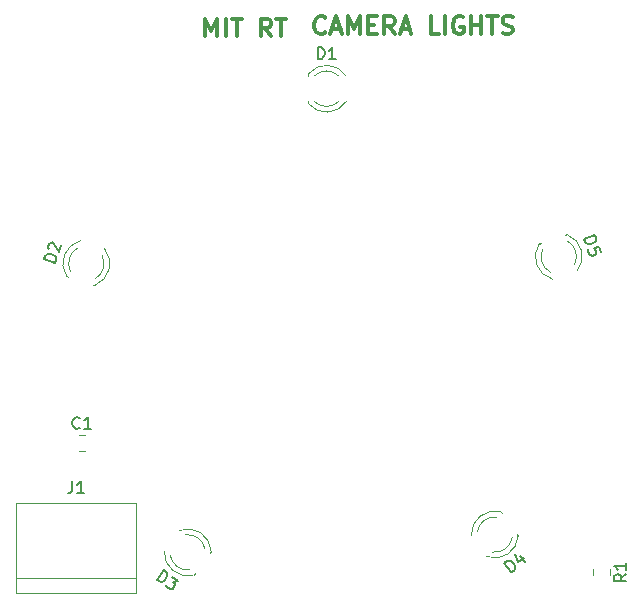
<source format=gbr>
G04 #@! TF.GenerationSoftware,KiCad,Pcbnew,(5.1.0)-1*
G04 #@! TF.CreationDate,2019-11-21T20:20:07-05:00*
G04 #@! TF.ProjectId,gopro_lights,676f7072-6f5f-46c6-9967-6874732e6b69,1*
G04 #@! TF.SameCoordinates,Original*
G04 #@! TF.FileFunction,Legend,Top*
G04 #@! TF.FilePolarity,Positive*
%FSLAX46Y46*%
G04 Gerber Fmt 4.6, Leading zero omitted, Abs format (unit mm)*
G04 Created by KiCad (PCBNEW (5.1.0)-1) date 2019-11-21 20:20:07*
%MOMM*%
%LPD*%
G04 APERTURE LIST*
%ADD10C,0.300000*%
%ADD11C,0.120000*%
%ADD12C,0.150000*%
G04 APERTURE END LIST*
D10*
X105635714Y-61235714D02*
X105564285Y-61307142D01*
X105350000Y-61378571D01*
X105207142Y-61378571D01*
X104992857Y-61307142D01*
X104850000Y-61164285D01*
X104778571Y-61021428D01*
X104707142Y-60735714D01*
X104707142Y-60521428D01*
X104778571Y-60235714D01*
X104850000Y-60092857D01*
X104992857Y-59950000D01*
X105207142Y-59878571D01*
X105350000Y-59878571D01*
X105564285Y-59950000D01*
X105635714Y-60021428D01*
X106207142Y-60950000D02*
X106921428Y-60950000D01*
X106064285Y-61378571D02*
X106564285Y-59878571D01*
X107064285Y-61378571D01*
X107564285Y-61378571D02*
X107564285Y-59878571D01*
X108064285Y-60950000D01*
X108564285Y-59878571D01*
X108564285Y-61378571D01*
X109278571Y-60592857D02*
X109778571Y-60592857D01*
X109992857Y-61378571D02*
X109278571Y-61378571D01*
X109278571Y-59878571D01*
X109992857Y-59878571D01*
X111492857Y-61378571D02*
X110992857Y-60664285D01*
X110635714Y-61378571D02*
X110635714Y-59878571D01*
X111207142Y-59878571D01*
X111350000Y-59950000D01*
X111421428Y-60021428D01*
X111492857Y-60164285D01*
X111492857Y-60378571D01*
X111421428Y-60521428D01*
X111350000Y-60592857D01*
X111207142Y-60664285D01*
X110635714Y-60664285D01*
X112064285Y-60950000D02*
X112778571Y-60950000D01*
X111921428Y-61378571D02*
X112421428Y-59878571D01*
X112921428Y-61378571D01*
X115278571Y-61378571D02*
X114564285Y-61378571D01*
X114564285Y-59878571D01*
X115778571Y-61378571D02*
X115778571Y-59878571D01*
X117278571Y-59950000D02*
X117135714Y-59878571D01*
X116921428Y-59878571D01*
X116707142Y-59950000D01*
X116564285Y-60092857D01*
X116492857Y-60235714D01*
X116421428Y-60521428D01*
X116421428Y-60735714D01*
X116492857Y-61021428D01*
X116564285Y-61164285D01*
X116707142Y-61307142D01*
X116921428Y-61378571D01*
X117064285Y-61378571D01*
X117278571Y-61307142D01*
X117350000Y-61235714D01*
X117350000Y-60735714D01*
X117064285Y-60735714D01*
X117992857Y-61378571D02*
X117992857Y-59878571D01*
X117992857Y-60592857D02*
X118850000Y-60592857D01*
X118850000Y-61378571D02*
X118850000Y-59878571D01*
X119350000Y-59878571D02*
X120207142Y-59878571D01*
X119778571Y-61378571D02*
X119778571Y-59878571D01*
X120635714Y-61307142D02*
X120850000Y-61378571D01*
X121207142Y-61378571D01*
X121350000Y-61307142D01*
X121421428Y-61235714D01*
X121492857Y-61092857D01*
X121492857Y-60950000D01*
X121421428Y-60807142D01*
X121350000Y-60735714D01*
X121207142Y-60664285D01*
X120921428Y-60592857D01*
X120778571Y-60521428D01*
X120707142Y-60450000D01*
X120635714Y-60307142D01*
X120635714Y-60164285D01*
X120707142Y-60021428D01*
X120778571Y-59950000D01*
X120921428Y-59878571D01*
X121278571Y-59878571D01*
X121492857Y-59950000D01*
X95478571Y-61578571D02*
X95478571Y-60078571D01*
X95978571Y-61150000D01*
X96478571Y-60078571D01*
X96478571Y-61578571D01*
X97192857Y-61578571D02*
X97192857Y-60078571D01*
X97692857Y-60078571D02*
X98550000Y-60078571D01*
X98121428Y-61578571D02*
X98121428Y-60078571D01*
X101050000Y-61578571D02*
X100550000Y-60864285D01*
X100192857Y-61578571D02*
X100192857Y-60078571D01*
X100764285Y-60078571D01*
X100907142Y-60150000D01*
X100978571Y-60221428D01*
X101050000Y-60364285D01*
X101050000Y-60578571D01*
X100978571Y-60721428D01*
X100907142Y-60792857D01*
X100764285Y-60864285D01*
X100192857Y-60864285D01*
X101478571Y-60078571D02*
X102335714Y-60078571D01*
X101907142Y-61578571D02*
X101907142Y-60078571D01*
D11*
X84741422Y-95290000D02*
X85258578Y-95290000D01*
X84741422Y-96710000D02*
X85258578Y-96710000D01*
X107402335Y-64921392D02*
G75*
G03X104170000Y-64764484I-1672335J-1078608D01*
G01*
X107402335Y-67078608D02*
G75*
G02X104170000Y-67235516I-1672335J1078608D01*
G01*
X106771130Y-64920163D02*
G75*
G03X104689039Y-64920000I-1041130J-1079837D01*
G01*
X106771130Y-67079837D02*
G75*
G02X104689039Y-67080000I-1041130J1079837D01*
G01*
X104170000Y-64764000D02*
X104170000Y-64920000D01*
X104170000Y-67080000D02*
X104170000Y-67236000D01*
X85937526Y-82609545D02*
X86085891Y-82657751D01*
X83734879Y-81893861D02*
X83883244Y-81942068D01*
X86741165Y-80135673D02*
G75*
G02X86097918Y-82115909I-1348713J-656485D01*
G01*
X84687192Y-79468297D02*
G75*
G03X84043636Y-81448433I705260J-1323861D01*
G01*
X86935050Y-79534982D02*
G75*
G02X86085431Y-82657602I-1542598J-1257176D01*
G01*
X84883414Y-78868365D02*
G75*
G03X83735340Y-81894011I509038J-1923793D01*
G01*
X91985611Y-105143152D02*
G75*
G03X94508397Y-107170011I1986937J-110361D01*
G01*
X93253590Y-103397927D02*
G75*
G02X95960833Y-105170904I718958J-1855586D01*
G01*
X92495544Y-105515159D02*
G75*
G03X94179895Y-106739113I1477004J261646D01*
G01*
X93764968Y-103767945D02*
G75*
G02X95449512Y-104991636I207580J-1485568D01*
G01*
X94508112Y-107170403D02*
X94599807Y-107044196D01*
X95869423Y-105296719D02*
X95961118Y-105170513D01*
X120599807Y-101955804D02*
X120508112Y-101829597D01*
X121961118Y-103829487D02*
X121869423Y-103703281D01*
X118495544Y-103484841D02*
G75*
G02X120179895Y-102260887I1477004J-261646D01*
G01*
X119764968Y-105232055D02*
G75*
G03X121449512Y-104008364I207580J1485568D01*
G01*
X117985611Y-103856848D02*
G75*
G02X120508397Y-101829989I1986937J110361D01*
G01*
X119253590Y-105602073D02*
G75*
G03X121960833Y-103829096I718958J1855586D01*
G01*
X126935050Y-81465018D02*
G75*
G03X126085431Y-78342398I-1542598J1257176D01*
G01*
X124883414Y-82131635D02*
G75*
G02X123735340Y-79105989I509038J1923793D01*
G01*
X126741165Y-80864327D02*
G75*
G03X126097918Y-78884091I-1348713J656485D01*
G01*
X124687192Y-81531703D02*
G75*
G02X124043636Y-79551567I705260J1323861D01*
G01*
X126085891Y-78342249D02*
X125937526Y-78390455D01*
X123883244Y-79057932D02*
X123734879Y-79106139D01*
X129710000Y-106678922D02*
X129710000Y-107196078D01*
X128290000Y-106678922D02*
X128290000Y-107196078D01*
X89600000Y-107410000D02*
X79440000Y-107410000D01*
X89600000Y-108680000D02*
X89600000Y-101060000D01*
X89600000Y-101060000D02*
X79440000Y-101060000D01*
X79440000Y-101060000D02*
X79440000Y-108680000D01*
X79440000Y-108680000D02*
X89600000Y-108680000D01*
D12*
X84833333Y-94707142D02*
X84785714Y-94754761D01*
X84642857Y-94802380D01*
X84547619Y-94802380D01*
X84404761Y-94754761D01*
X84309523Y-94659523D01*
X84261904Y-94564285D01*
X84214285Y-94373809D01*
X84214285Y-94230952D01*
X84261904Y-94040476D01*
X84309523Y-93945238D01*
X84404761Y-93850000D01*
X84547619Y-93802380D01*
X84642857Y-93802380D01*
X84785714Y-93850000D01*
X84833333Y-93897619D01*
X85785714Y-94802380D02*
X85214285Y-94802380D01*
X85500000Y-94802380D02*
X85500000Y-93802380D01*
X85404761Y-93945238D01*
X85309523Y-94040476D01*
X85214285Y-94088095D01*
X104991904Y-63492380D02*
X104991904Y-62492380D01*
X105230000Y-62492380D01*
X105372857Y-62540000D01*
X105468095Y-62635238D01*
X105515714Y-62730476D01*
X105563333Y-62920952D01*
X105563333Y-63063809D01*
X105515714Y-63254285D01*
X105468095Y-63349523D01*
X105372857Y-63444761D01*
X105230000Y-63492380D01*
X104991904Y-63492380D01*
X106515714Y-63492380D02*
X105944285Y-63492380D01*
X106230000Y-63492380D02*
X106230000Y-62492380D01*
X106134761Y-62635238D01*
X106039523Y-62730476D01*
X105944285Y-62778095D01*
X82779479Y-80719231D02*
X81828423Y-80410214D01*
X81901998Y-80183772D01*
X81991432Y-80062622D01*
X82111439Y-80001475D01*
X82216731Y-79985617D01*
X82412600Y-79999189D01*
X82548465Y-80043334D01*
X82714903Y-80147483D01*
X82790765Y-80222202D01*
X82851912Y-80342209D01*
X82853055Y-80492789D01*
X82779479Y-80719231D01*
X82213302Y-79533876D02*
X82182728Y-79473873D01*
X82166870Y-79368581D01*
X82240446Y-79142139D01*
X82315164Y-79066277D01*
X82375168Y-79035704D01*
X82480460Y-79019846D01*
X82571036Y-79049276D01*
X82692186Y-79138709D01*
X83059066Y-79858751D01*
X83250362Y-79270002D01*
X91369669Y-107580345D02*
X91957454Y-106771328D01*
X92150077Y-106911277D01*
X92237661Y-107033771D01*
X92258731Y-107166799D01*
X92241276Y-107271838D01*
X92167842Y-107453927D01*
X92083872Y-107569501D01*
X91933389Y-107695609D01*
X91838885Y-107744669D01*
X91705856Y-107765738D01*
X91562292Y-107720294D01*
X91369669Y-107580345D01*
X92689422Y-107303134D02*
X93190242Y-107667001D01*
X92696652Y-107779269D01*
X92812225Y-107863239D01*
X92861285Y-107957743D01*
X92871820Y-108024257D01*
X92854365Y-108129296D01*
X92714416Y-108321919D01*
X92619912Y-108370979D01*
X92553397Y-108381513D01*
X92448358Y-108364059D01*
X92217211Y-108196120D01*
X92168151Y-108101616D01*
X92157616Y-108035101D01*
X121381164Y-106941003D02*
X120793379Y-106131986D01*
X120986002Y-105992037D01*
X121129565Y-105946592D01*
X121262594Y-105967662D01*
X121357098Y-106016721D01*
X121507582Y-106142830D01*
X121591551Y-106258404D01*
X121664986Y-106440492D01*
X121682441Y-106545531D01*
X121661371Y-106678560D01*
X121573787Y-106801054D01*
X121381164Y-106941003D01*
X122145045Y-105561965D02*
X122536902Y-106101310D01*
X121728504Y-105393717D02*
X121955728Y-106111535D01*
X122456548Y-105747668D01*
X127549255Y-78730974D02*
X128500311Y-78421957D01*
X128573887Y-78648399D01*
X128572744Y-78798979D01*
X128511597Y-78918986D01*
X128435735Y-78993705D01*
X128269297Y-79097853D01*
X128133431Y-79141999D01*
X127937563Y-79155571D01*
X127832271Y-79139712D01*
X127712264Y-79078566D01*
X127622830Y-78957416D01*
X127549255Y-78730974D01*
X128956479Y-79825897D02*
X128809328Y-79373013D01*
X128341729Y-79474876D01*
X128401733Y-79505449D01*
X128476451Y-79581311D01*
X128550027Y-79807753D01*
X128534168Y-79913045D01*
X128503595Y-79973048D01*
X128427733Y-80047767D01*
X128201291Y-80121342D01*
X128095999Y-80105484D01*
X128035996Y-80074911D01*
X127961277Y-79999049D01*
X127887702Y-79772607D01*
X127903560Y-79667315D01*
X127934133Y-79607312D01*
X131102380Y-107104166D02*
X130626190Y-107437500D01*
X131102380Y-107675595D02*
X130102380Y-107675595D01*
X130102380Y-107294642D01*
X130150000Y-107199404D01*
X130197619Y-107151785D01*
X130292857Y-107104166D01*
X130435714Y-107104166D01*
X130530952Y-107151785D01*
X130578571Y-107199404D01*
X130626190Y-107294642D01*
X130626190Y-107675595D01*
X131102380Y-106151785D02*
X131102380Y-106723214D01*
X131102380Y-106437500D02*
X130102380Y-106437500D01*
X130245238Y-106532738D01*
X130340476Y-106627976D01*
X130388095Y-106723214D01*
X84186666Y-99242380D02*
X84186666Y-99956666D01*
X84139047Y-100099523D01*
X84043809Y-100194761D01*
X83900952Y-100242380D01*
X83805714Y-100242380D01*
X85186666Y-100242380D02*
X84615238Y-100242380D01*
X84900952Y-100242380D02*
X84900952Y-99242380D01*
X84805714Y-99385238D01*
X84710476Y-99480476D01*
X84615238Y-99528095D01*
M02*

</source>
